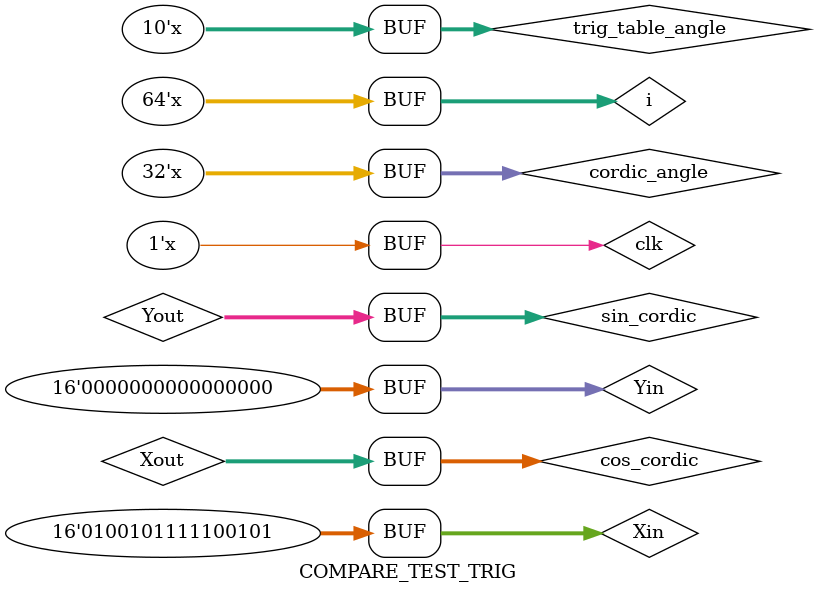
<source format=v>
`timescale 1ns / 1ps
module COMPARE_TEST_TRIG;

localparam pi = 3.14159265;
// Íåñèíòåçèðóåìûå ôóíêöèè ðàñ÷¸òîâ ñèíóñà è êîñèíóñà ïî ðÿäó Òåéëîðà
// ------------------------------------------------------------------
//`include "tailor.v" 

//reg [63:0] real_sin_out, real_sin_res_bits;
//wire [10:0] real_sin_exp = real_sin_res_bits[62-:11];
//real real_sin_res, real_sin_i;
//initial
//begin
//    real_sin_i = 0;
//    while(1)
//    begin
//        real_sin_res = real_sin(real_sin_i);
//        real_sin_res_bits = $realtobits(real_sin_res);
//        real_sin_out = $rtoi(real_sin(real_sin_i) * 2.0**$signed(real_sin_exp - 1023 + 15));
//        #10; 
//        real_sin_i = real_sin_i + pi/180;
//    end    
//end

//reg [63:0] real_cos_out, real_cos_res_bits;
//wire [10:0] real_cos_exp = real_cos_res_bits[62-:11];
//real real_cos_res, real_cos_i;
//initial
//begin
//    real_cos_i = 0;
//    while(1)
//    begin
//        real_cos_res = real_cos(real_cos_i);
//        real_cos_res_bits = $realtobits(real_cos_res);
//        real_cos_out = $rtoi(real_cos(real_cos_i) * 2.0**$signed(real_cos_exp - 1023 + 15));
//        #10; 
//        real_cos_i = real_cos_i + pi/180;
//    end    
//end


// Ãåíåðàöèÿ ïîñëåäîâàòåëüíîñòè óãëîâ
// ----------------------------------
reg [63:0] i;
initial i = 0;

reg [31:0] cordic_angle; 
reg [9:0] trig_table_angle; 

always
begin
    //2^32 * a / 360 = 
    trig_table_angle = ((1 << 10)*i)/360;
    cordic_angle = ((1 << 32)*i)/360;
    #10;
    i = i + 1;
end 

// Ñèíõðîñèãíàë
reg clk;
initial clk = 0;
always #5 clk <= ~clk;


  
// Ìîäóëü CORDIC
// -------------------


reg [15:0] Xin, Yin;
wire [16:0] Xout, Yout, cos_cordic, sin_cordic;
initial 
begin
    Xin = 32000/1.647;
    Yin = 0;
end

CORDIC uut1 (
    .clk(clk), 
    .angle(cordic_angle), 
    .Xin(Xin), 
    .Yin(Yin), 
    .COS_OUT(Xout), 
    .SIN_OUT(Yout)
);
assign cos_cordic = Xout;
assign sin_cordic = Yout;

// Òàáëè÷íûé ìîäóëü
// -------------------
//localparam TABLE_VALUE_WIDTH = 33;
//localparam TABLE_ANGLE_WIDTH = 10;

//wire [TABLE_VALUE_WIDTH-1:0] trig_table_sin;
//wire [TABLE_VALUE_WIDTH-1:0] trig_table_cos;

//trig_table #(
//    .VALUE_WIDTH(TABLE_VALUE_WIDTH),
//    .ANGLE_WIDTH(TABLE_ANGLE_WIDTH)
//) uut
//(
//    .angle_in(trig_table_angle),
//    .sin_out(trig_table_sin),
//    .cos_out(trig_table_cos)
//);


//// IP CORDIC

//wire ip_valid_out;
//wire [16:0] sin_ip_out, cos_ip_out;
//reg  [31:0] ip_cordic_angle;
//real r_ip_cordic_angle;
//initial
//begin
//    r_ip_cordic_angle = 0;
//    ip_cordic_angle = 0;
    
//    @(posedge clk)
    
//    while(1)
//    begin
//        @(posedge clk)
//        r_ip_cordic_angle = r_ip_cordic_angle + pi/180;
//        if (r_ip_cordic_angle > pi)
//            r_ip_cordic_angle = -pi;
//        ip_cordic_angle = $rtoi(r_ip_cordic_angle * (2.0**29));
        
//    end
    
//end

//cordic_0 u_ip (
//    .s_axis_phase_tdata(ip_cordic_angle),
//    .s_axis_phase_tvalid(1'b1),
//    .aclk(clk),
//    .m_axis_dout_tdata({sin_ip_out, cos_ip_out}),
//    .m_axis_dout_tvalid(ip_valid_out)
//);
endmodule

</source>
